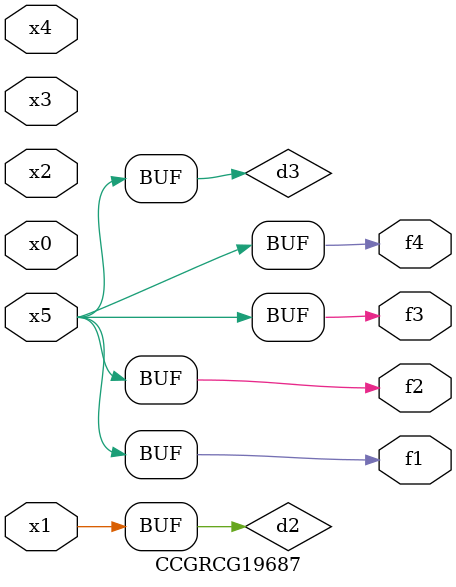
<source format=v>
module CCGRCG19687(
	input x0, x1, x2, x3, x4, x5,
	output f1, f2, f3, f4
);

	wire d1, d2, d3;

	not (d1, x5);
	or (d2, x1);
	xnor (d3, d1);
	assign f1 = d3;
	assign f2 = d3;
	assign f3 = d3;
	assign f4 = d3;
endmodule

</source>
